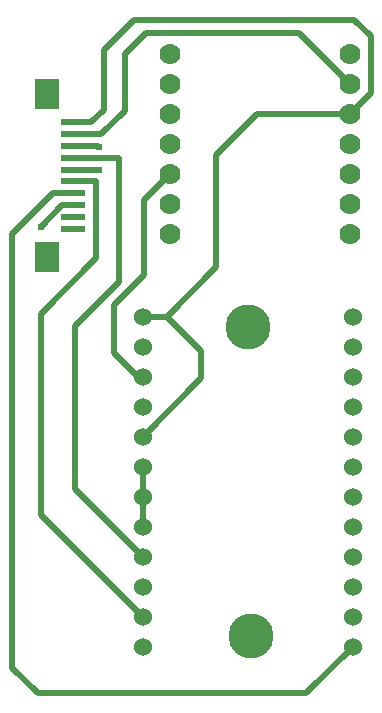
<source format=gtl>
G04 Layer: TopLayer*
G04 EasyEDA v6.5.37, 2023-11-02 15:14:11*
G04 51ebc0fc367c43e49b7c5eeb1a90c70c,3a11b6de39944756a1cf0add2bf12301,10*
G04 Gerber Generator version 0.2*
G04 Scale: 100 percent, Rotated: No, Reflected: No *
G04 Dimensions in millimeters *
G04 leading zeros omitted , absolute positions ,4 integer and 5 decimal *
%FSLAX45Y45*%
%MOMM*%

%ADD10C,0.5000*%
%ADD11R,2.1000X2.6000*%
%ADD12R,2.0000X0.6000*%
%ADD13C,1.5240*%
%ADD14C,3.8100*%
%ADD15C,1.7780*%
%ADD16C,0.6200*%

%LPD*%
D10*
X1357101Y4371200D02*
G01*
X1183500Y4371200D01*
X838200Y4025900D01*
X838200Y355600D01*
X1054100Y139700D01*
X3327400Y139700D01*
X3721100Y533400D01*
X1357101Y4971199D02*
G01*
X1504099Y4971199D01*
X1612900Y5080000D01*
X1612900Y5588000D01*
X1866900Y5842000D01*
X3733800Y5842000D01*
X3873500Y5702300D01*
X3873500Y5219700D01*
X3695700Y5041900D01*
X1357101Y4871199D02*
G01*
X1594599Y4871199D01*
X1790700Y5067300D01*
X1790700Y5549900D01*
X1968500Y5727700D01*
X3263900Y5727700D01*
X3695700Y5295900D01*
X1943100Y3327400D02*
G01*
X2146300Y3327400D01*
X2565400Y3746500D01*
X2565400Y4699000D01*
X2908300Y5041900D01*
X3695700Y5041900D01*
X1943100Y3327400D02*
G01*
X2146300Y3327400D01*
X2438400Y3035300D01*
X2438400Y2806700D01*
X1943100Y2311400D01*
X1943100Y2057400D02*
G01*
X1943100Y1803400D01*
X1943100Y1803400D02*
G01*
X1943100Y1549400D01*
X1357101Y4471200D02*
G01*
X1549400Y4471200D01*
X1549400Y3822700D01*
X1079500Y3352800D01*
X1079500Y1651000D01*
X1943100Y787400D01*
X1943100Y2819400D02*
G01*
X1905000Y2819400D01*
X1701800Y3022600D01*
X1701800Y3429000D01*
X1955800Y3683000D01*
X1955800Y4318000D01*
X2171700Y4533900D01*
X1357101Y4671199D02*
G01*
X1739900Y4671199D01*
X1739900Y3619500D01*
X1371600Y3251200D01*
X1371600Y1866900D01*
X1943100Y1295400D01*
X1357101Y4271200D02*
G01*
X1261300Y4271200D01*
X1079500Y4089400D01*
X1357121Y4571237D02*
G01*
X1574800Y4572000D01*
X1357101Y4771199D02*
G01*
X1566100Y4771199D01*
X1574800Y4762500D01*
D11*
G01*
X1132103Y3828694D03*
G01*
X1132103Y5213705D03*
D12*
G01*
X1357096Y4071188D03*
G01*
X1357096Y4171213D03*
G01*
X1357096Y4271213D03*
G01*
X1357096Y4371187D03*
G01*
X1357096Y4471187D03*
G01*
X1357096Y4571187D03*
G01*
X1357096Y4671187D03*
G01*
X1357096Y4771186D03*
G01*
X1357096Y4871186D03*
G01*
X1357096Y4971186D03*
D13*
G01*
X1943100Y3327400D03*
G01*
X1943100Y3073400D03*
G01*
X1943100Y2819400D03*
G01*
X1943100Y2565400D03*
G01*
X1943100Y2311400D03*
G01*
X1943100Y2057400D03*
G01*
X1943100Y1803400D03*
G01*
X1943100Y1549400D03*
G01*
X1943100Y1295400D03*
G01*
X1943100Y1041400D03*
G01*
X1943100Y787400D03*
G01*
X1943100Y533400D03*
G01*
X3721100Y533400D03*
G01*
X3721100Y787400D03*
G01*
X3721100Y1041400D03*
G01*
X3721100Y1295400D03*
G01*
X3721100Y1549400D03*
G01*
X3721100Y1803400D03*
G01*
X3721100Y2057400D03*
G01*
X3721100Y2311400D03*
G01*
X3721100Y2565400D03*
G01*
X3721100Y2819400D03*
G01*
X3721100Y3073400D03*
G01*
X3721100Y3327400D03*
D14*
G01*
X2832100Y3238500D03*
G01*
X2857500Y622300D03*
D15*
G01*
X2171700Y5295900D03*
G01*
X2171700Y5041900D03*
G01*
X2171700Y4787900D03*
G01*
X2171700Y4533900D03*
G01*
X2171700Y4279900D03*
G01*
X2171700Y4025900D03*
G01*
X2171700Y5549900D03*
G01*
X3695700Y5549900D03*
G01*
X3695700Y4025900D03*
G01*
X3695700Y4279900D03*
G01*
X3695700Y4533900D03*
G01*
X3695700Y4787900D03*
G01*
X3695700Y5041900D03*
G01*
X3695700Y5295900D03*
D16*
G01*
X1574800Y4572000D03*
G01*
X1079500Y4089400D03*
G01*
X1574800Y4762500D03*
M02*

</source>
